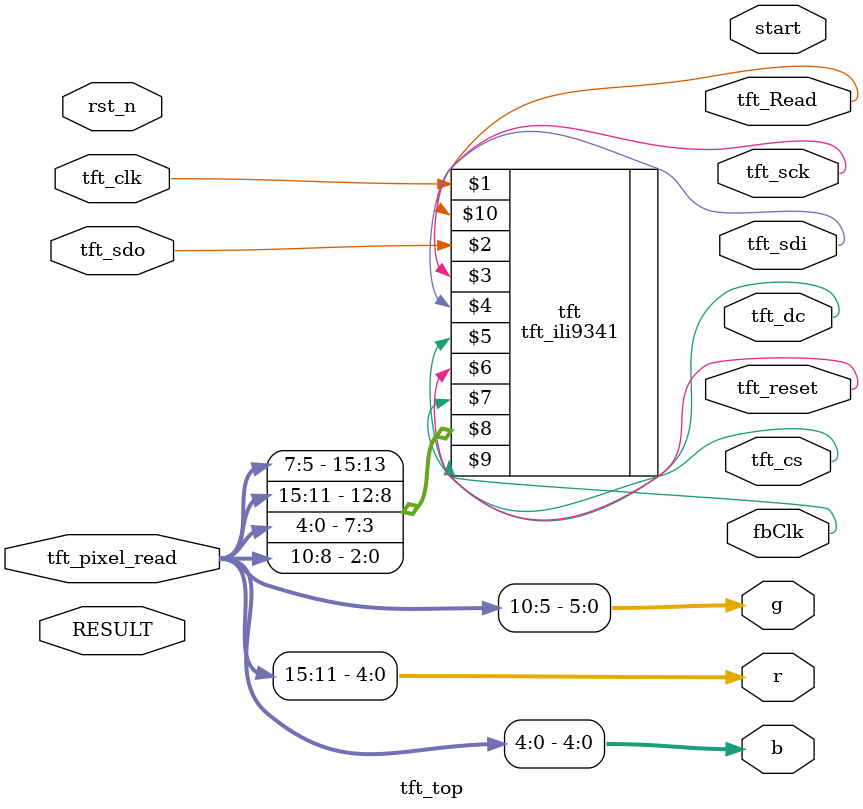
<source format=sv>
module tft_top(
    input tft_sdo, 
	output wire tft_sck, 
	output wire tft_sdi, 
	output wire tft_dc, 
	output wire tft_reset, 
	output wire tft_cs,
	input			rst_n,
	input [15:0] tft_pixel_read,
    //clk100
	input tft_clk,
	output fbClk,
    //tft_Read
    output reg start,
	output [4:0] r,
	output [5:0] g,
	output [4:0] b,
    input [3:0] RESULT,
    output tft_Read
);

	assign r=   {tft_pixel_read[15],tft_pixel_read[14],tft_pixel_read[13],tft_pixel_read[12],
                tft_pixel_read[11]};
	assign g=   {tft_pixel_read[10],tft_pixel_read[9],tft_pixel_read[8],tft_pixel_read[7],
                tft_pixel_read[6],tft_pixel_read[5]};
	assign b=   {tft_pixel_read[4],tft_pixel_read[3],tft_pixel_read[2],tft_pixel_read[1],
                tft_pixel_read[0]};


    tft_ili9341 #(.INPUT_CLK_MHZ(100)) tft(tft_clk, tft_sdo, tft_sck, tft_sdi, tft_dc, tft_reset, tft_cs, {g[2],g[1],g[0],r[4],r[3],r[2],r[1],r[0],b[4],b[3],b[2],b[1],b[0],g[5],g[4],g[3]}, fbClk,tft_Read);


endmodule
</source>
